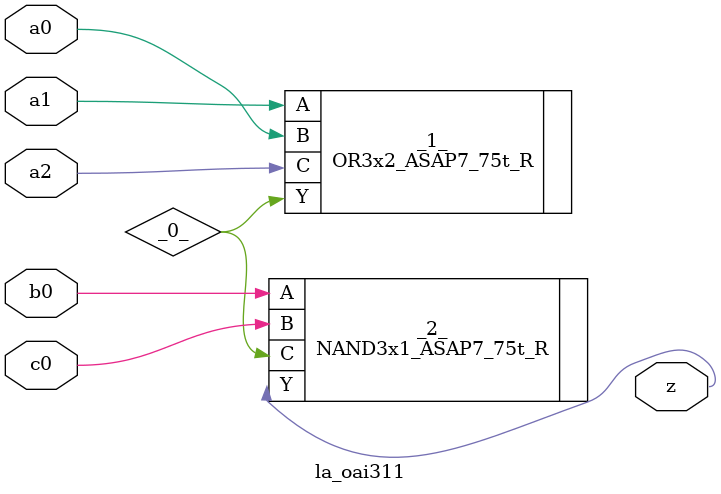
<source format=v>
/* Generated by Yosys 0.37 (git sha1 a5c7f69ed, clang 14.0.0-1ubuntu1.1 -fPIC -Os) */

module la_oai311(a0, a1, a2, b0, c0, z);
  wire _0_;
  input a0;
  wire a0;
  input a1;
  wire a1;
  input a2;
  wire a2;
  input b0;
  wire b0;
  input c0;
  wire c0;
  output z;
  wire z;
  OR3x2_ASAP7_75t_R _1_ (
    .A(a1),
    .B(a0),
    .C(a2),
    .Y(_0_)
  );
  NAND3x1_ASAP7_75t_R _2_ (
    .A(b0),
    .B(c0),
    .C(_0_),
    .Y(z)
  );
endmodule

</source>
